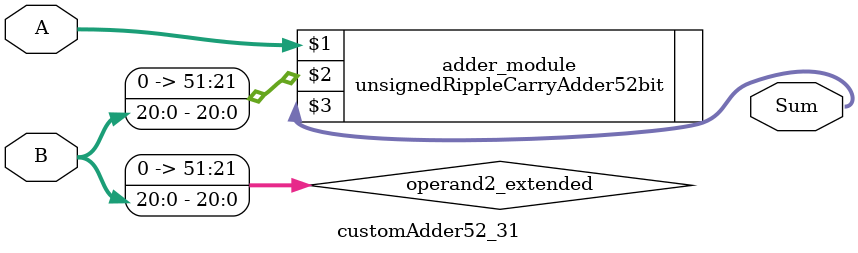
<source format=v>
module customAdder52_31(
                        input [51 : 0] A,
                        input [20 : 0] B,
                        
                        output [52 : 0] Sum
                );

        wire [51 : 0] operand2_extended;
        
        assign operand2_extended =  {31'b0, B};
        
        unsignedRippleCarryAdder52bit adder_module(
            A,
            operand2_extended,
            Sum
        );
        
        endmodule
        
</source>
